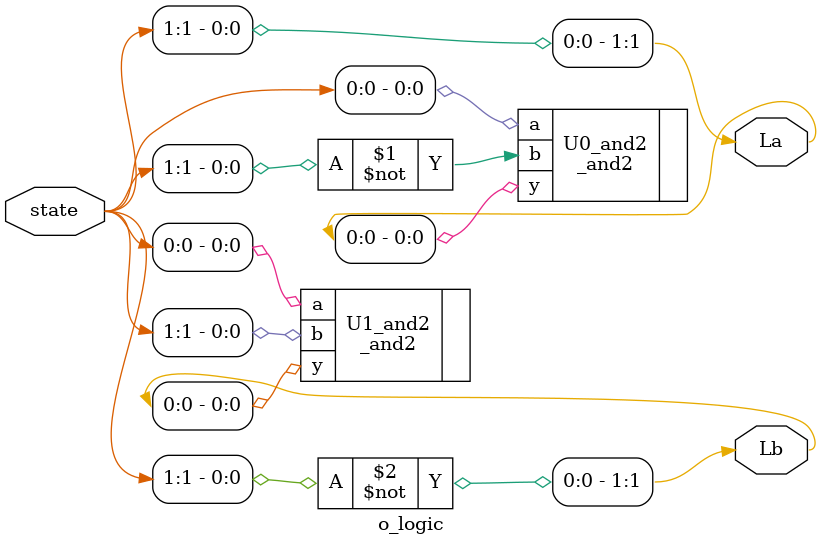
<source format=v>
module o_logic(state, La, Lb);
	input [1:0] state;
	output [1:0] La, Lb;
	
	// instance La1
	assign La[1] = state[1];
	
	// instance La0
	_and2 U0_and2(.a(state[0]), .b(~(state[1])), .y(La[0]));
	
	// instance Lb1
	assign Lb[1] = ~state[1];
	
	// instance Lb0
	_and2 U1_and2(.a(state[0]), .b(state[1]), .y(Lb[0]));
	
endmodule

</source>
